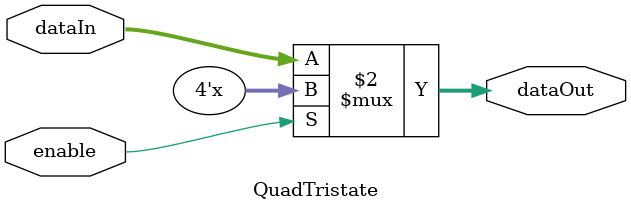
<source format=sv>
module QuadTristate(
  input [3:0] dataIn,
  input enable,
  output [3:0] dataOut
);

assign dataOut = ~enable ? dataIn : 4'bz;

endmodule
</source>
